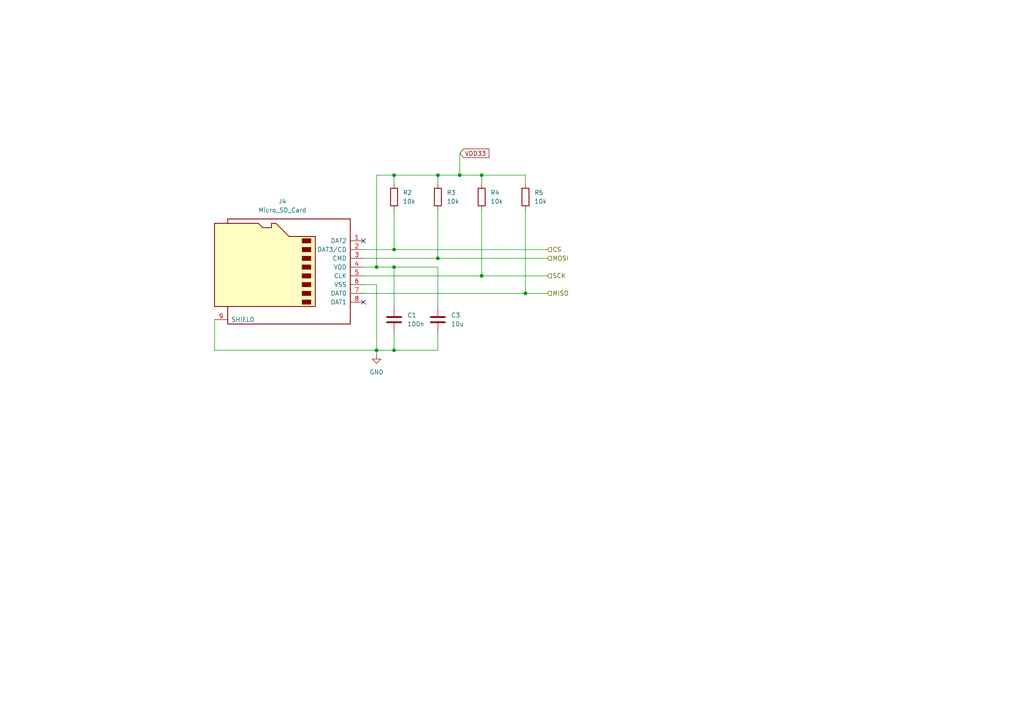
<source format=kicad_sch>
(kicad_sch (version 20250114) (generator "eeschema") (generator_version "9.0")
  (paper "A4")
  (title_block (title "SD Card Module") (date "2025-07-22") (rev "1.0") (company "C. Boerner"))
  (lib_symbols
    (symbol "Connector:Micro_SD_Card" (pin_names (offset 1.016))
      (property "Reference" "J" (at -16.51 15.24 0))
      (property "Value" "Micro_SD_Card" (at 16.51 15.24 0))
      (symbol "Micro_SD_Card_0_1"
        (polyline (pts (xy -8.89 -11.43) (xy -8.89 8.89) (xy -1.27 8.89) (xy 2.54 12.7) (xy 3.81 12.7) (xy 3.81 11.43) (xy 6.35 11.43) (xy 7.62 12.7) (xy 20.32 12.7) (xy 20.32 -11.43) (xy -8.89 -11.43)) (stroke (width 0.254)) (fill (type background)))
        (rectangle (start -7.62 8.255) (end -5.08 6.985) (fill (type outline)))
        (rectangle (start -7.62 5.715) (end -5.08 4.445) (fill (type outline)))
        (rectangle (start -7.62 3.175) (end -5.08 1.905) (fill (type outline)))
        (rectangle (start -7.62 0.635) (end -5.08 -0.635) (fill (type outline)))
        (rectangle (start -7.62 -1.905) (end -5.08 -3.175) (fill (type outline)))
        (rectangle (start -7.62 -4.445) (end -5.08 -5.715) (fill (type outline)))
        (rectangle (start -7.62 -6.985) (end -5.08 -8.255) (fill (type outline)))
        (rectangle (start -7.62 -9.525) (end -5.08 -10.795) (fill (type outline)))
        (polyline (pts (xy 16.51 12.7) (xy 16.51 13.97) (xy -19.05 13.97) (xy -19.05 -16.51) (xy 16.51 -16.51) (xy 16.51 -11.43)) (stroke (width 0.254)))
      )
      (symbol "Micro_SD_Card_1_1"
        (pin bidirectional line (at -22.86 7.62 0) (length 3.81) (name "DAT2") (number "1"))
        (pin bidirectional line (at -22.86 5.08 0) (length 3.81) (name "DAT3/CD") (number "2"))
        (pin input line (at -22.86 2.54 0) (length 3.81) (name "CMD") (number "3"))
        (pin power_in line (at -22.86 0 0) (length 3.81) (name "VDD") (number "4"))
        (pin input line (at -22.86 -2.54 0) (length 3.81) (name "CLK") (number "5"))
        (pin power_in line (at -22.86 -5.08 0) (length 3.81) (name "VSS") (number "6"))
        (pin bidirectional line (at -22.86 -7.62 0) (length 3.81) (name "DAT0") (number "7"))
        (pin bidirectional line (at -22.86 -10.16 0) (length 3.81) (name "DAT1") (number "8"))
        (pin passive line (at 20.32 -15.24 180) (length 3.81) (name "SHIELD") (number "9"))
      )
    )
    (symbol "Device:C" (pin_numbers (hide yes)) (pin_names (offset 0.254))
      (property "Reference" "C" (at 0.635 2.54 0))
      (property "Value" "C" (at 0.635 -2.54 0))
      (symbol "C_0_1"
        (polyline (pts (xy -2.032 0.762) (xy 2.032 0.762)) (stroke (width 0.508)))
        (polyline (pts (xy -2.032 -0.762) (xy 2.032 -0.762)) (stroke (width 0.508)))
      )
      (symbol "C_1_1"
        (pin passive line (at 0 3.81 270) (length 2.794) (name "~") (number "1"))
        (pin passive line (at 0 -3.81 90) (length 2.794) (name "~") (number "2"))
      )
    )
    (symbol "Device:R" (pin_numbers (hide yes)) (pin_names (offset 0))
      (property "Reference" "R" (at 2.032 0 90))
      (property "Value" "R" (at 0 0 90))
      (symbol "R_0_1"
        (rectangle (start -1.016 -2.54) (end 1.016 2.54) (stroke (width 0.254)))
      )
      (symbol "R_1_1"
        (pin passive line (at 0 3.81 270) (length 1.27) (name "~") (number "1"))
        (pin passive line (at 0 -3.81 90) (length 1.27) (name "~") (number "2"))
      )
    )
    (symbol "power:GND" (power) (pin_numbers (hide yes)) (pin_names (offset 0) (hide yes))
      (property "Value" "GND" (at 0 -3.81 0))
      (symbol "GND_0_1"
        (polyline (pts (xy 0 0) (xy 0 -1.27) (xy 1.27 -1.27) (xy 0 -2.54) (xy -1.27 -1.27) (xy 0 -1.27)))
      )
      (symbol "GND_1_1"
        (pin power_in line (at 0 0 270) (length 0) (name "~") (number "1"))
      )
    )
  )
  (junction (at 127 74.93))
  (junction (at 109.22 101.6))
  (junction (at 114.3 101.6))
  (junction (at 139.7 80.01))
  (junction (at 114.3 50.8))
  (junction (at 152.4 85.09))
  (junction (at 114.3 77.47))
  (junction (at 139.7 50.8))
  (junction (at 114.3 72.39))
  (junction (at 133.35 50.8))
  (junction (at 109.22 77.47))
  (junction (at 127 50.8))
  (no_connect (at 105.41 87.63))
  (no_connect (at 105.41 69.85))
  (wire (pts (xy 109.22 82.55) (xy 109.22 101.6)))
  (wire (pts (xy 127 77.47) (xy 114.3 77.47)))
  (wire (pts (xy 139.7 80.01) (xy 139.7 60.96)))
  (wire (pts (xy 127 74.93) (xy 127 60.96)))
  (wire (pts (xy 133.35 50.8) (xy 139.7 50.8)))
  (wire (pts (xy 62.23 92.71) (xy 62.23 101.6)))
  (wire (pts (xy 109.22 101.6) (xy 114.3 101.6)))
  (wire (pts (xy 105.41 85.09) (xy 152.4 85.09)))
  (wire (pts (xy 139.7 80.01) (xy 158.75 80.01)))
  (wire (pts (xy 114.3 72.39) (xy 158.75 72.39)))
  (wire (pts (xy 152.4 50.8) (xy 152.4 53.34)))
  (wire (pts (xy 152.4 85.09) (xy 152.4 60.96)))
  (wire (pts (xy 114.3 53.34) (xy 114.3 50.8)))
  (wire (pts (xy 105.41 72.39) (xy 114.3 72.39)))
  (wire (pts (xy 139.7 53.34) (xy 139.7 50.8)))
  (wire (pts (xy 114.3 50.8) (xy 127 50.8)))
  (wire (pts (xy 114.3 77.47) (xy 109.22 77.47)))
  (wire (pts (xy 109.22 77.47) (xy 109.22 50.8)))
  (wire (pts (xy 105.41 82.55) (xy 109.22 82.55)))
  (wire (pts (xy 114.3 72.39) (xy 114.3 60.96)))
  (wire (pts (xy 114.3 88.9) (xy 114.3 77.47)))
  (wire (pts (xy 109.22 50.8) (xy 114.3 50.8)))
  (wire (pts (xy 62.23 101.6) (xy 109.22 101.6)))
  (wire (pts (xy 127 88.9) (xy 127 77.47)))
  (wire (pts (xy 109.22 101.6) (xy 109.22 102.87)))
  (wire (pts (xy 114.3 101.6) (xy 127 101.6)))
  (wire (pts (xy 127 53.34) (xy 127 50.8)))
  (wire (pts (xy 114.3 96.52) (xy 114.3 101.6)))
  (wire (pts (xy 127 74.93) (xy 158.75 74.93)))
  (wire (pts (xy 139.7 50.8) (xy 152.4 50.8)))
  (wire (pts (xy 105.41 74.93) (xy 127 74.93)))
  (wire (pts (xy 105.41 77.47) (xy 109.22 77.47)))
  (wire (pts (xy 133.35 44.45) (xy 133.35 50.8)))
  (wire (pts (xy 127 50.8) (xy 133.35 50.8)))
  (wire (pts (xy 152.4 85.09) (xy 158.75 85.09)))
  (wire (pts (xy 105.41 80.01) (xy 139.7 80.01)))
  (wire (pts (xy 127 101.6) (xy 127 96.52)))
  (global_label "VDD33" (shape input) (at 133.35 44.45 0) (property "Intersheetrefs" "${INTERSHEET_REFS}" (effects (hide yes))))
  (hierarchical_label "MISO" (shape input) (at 158.75 85.09 0))
  (hierarchical_label "SCK" (shape input) (at 158.75 80.01 0))
  (hierarchical_label "CS" (shape input) (at 158.75 72.39 0))
  (hierarchical_label "MOSI" (shape input) (at 158.75 74.93 0))
  (symbol (lib_id "power:GND") (at 109.22 102.87 0) (unit 1)
    (property "Reference" "#PWR01" (effects (hide yes)))
    (property "Value" "GND" (at 109.22 107.95 0))
    (property "Description" "Power symbol creates a global label with name \"GND\" , ground" (effects (hide yes)))
  )
  (symbol (lib_id "Device:R") (at 139.7 57.15 0) (unit 1)
    (property "Reference" "R4" (at 142.24 55.8799 0) (effects (justify left)))
    (property "Value" "10k" (at 142.24 58.4199 0) (effects (justify left)))
    (property "Footprint" "Resistor_SMD:R_0402_1005Metric" (effects (hide yes)))
    (property "Description" "Resistor" (effects (hide yes)))
  )
  (symbol (lib_id "Device:C") (at 114.3 92.71 0) (unit 1)
    (property "Reference" "C1" (at 118.11 91.4399 0) (effects (justify left)))
    (property "Value" "100n" (at 118.11 93.9799 0) (effects (justify left)))
    (property "Footprint" "Capacitor_SMD:C_0603_1608Metric" (effects (hide yes)))
    (property "Description" "Unpolarized capacitor" (effects (hide yes)))
  )
  (symbol (lib_id "Device:C") (at 127 92.71 0) (unit 1)
    (property "Reference" "C3" (at 130.81 91.4399 0) (effects (justify left)))
    (property "Value" "10u" (at 130.81 93.9799 0) (effects (justify left)))
    (property "Footprint" "Capacitor_SMD:C_0603_1608Metric" (effects (hide yes)))
    (property "Description" "Unpolarized capacitor" (effects (hide yes)))
  )
  (symbol (lib_id "Device:R") (at 152.4 57.15 0) (unit 1)
    (property "Reference" "R5" (at 154.94 55.8799 0) (effects (justify left)))
    (property "Value" "10k" (at 154.94 58.4199 0) (effects (justify left)))
    (property "Footprint" "Resistor_SMD:R_0402_1005Metric" (effects (hide yes)))
    (property "Description" "Resistor" (effects (hide yes)))
  )
  (symbol (lib_id "Device:R") (at 127 57.15 0) (unit 1)
    (property "Reference" "R3" (at 129.54 55.8799 0) (effects (justify left)))
    (property "Value" "10k" (at 129.54 58.4199 0) (effects (justify left)))
    (property "Footprint" "Resistor_SMD:R_0402_1005Metric" (effects (hide yes)))
    (property "Description" "Resistor" (effects (hide yes)))
  )
  (symbol (lib_id "Device:R") (at 114.3 57.15 0) (unit 1)
    (property "Reference" "R2" (at 116.84 55.8799 0) (effects (justify left)))
    (property "Value" "10k" (at 116.84 58.4199 0) (effects (justify left)))
    (property "Footprint" "Resistor_SMD:R_0402_1005Metric" (effects (hide yes)))
    (property "Description" "Resistor" (effects (hide yes)))
  )
  (symbol (lib_id "Connector:Micro_SD_Card") (at 82.55 77.47 0) (mirror y) (unit 1)
    (property "Reference" "J4" (at 81.915 58.42 0))
    (property "Value" "Micro_SD_Card" (at 81.915 60.96 0))
    (property "Footprint" "Connector_Card:microSD_HC_Hirose_DM3AT-SF-PEJM5" (effects (hide yes)))
    (property "Datasheet" "https://www.we-online.com/components/products/datasheet/693072010801.pdf" (effects (hide yes)))
    (property "Description" "Micro SD Card Socket" (effects (hide yes)))
  )
)
</source>
